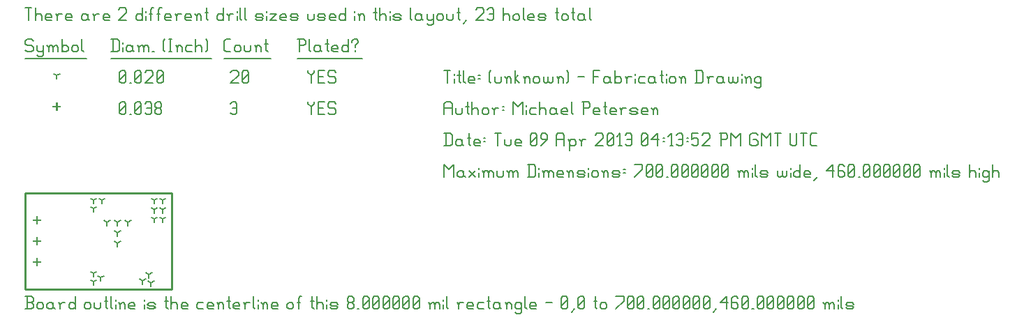
<source format=gbr>
G04 start of page 11 for group -3984 idx -3984 *
G04 Title: (unknown), fab *
G04 Creator: pcb 20110918 *
G04 CreationDate: Tue 09 Apr 2013 04:13:52 PM GMT UTC *
G04 For: railfan *
G04 Format: Gerber/RS-274X *
G04 PCB-Dimensions: 70000 46000 *
G04 PCB-Coordinate-Origin: lower left *
%MOIN*%
%FSLAX25Y25*%
%LNFAB*%
%ADD47C,0.0100*%
%ADD46C,0.0060*%
%ADD45R,0.0080X0.0080*%
G54D45*X5500Y14600D02*Y11400D01*
X3900Y13000D02*X7100D01*
X5500Y24600D02*Y21400D01*
X3900Y23000D02*X7100D01*
X5500Y34600D02*Y31400D01*
X3900Y33000D02*X7100D01*
X15000Y88850D02*Y85650D01*
X13400Y87250D02*X16600D01*
G54D46*X135000Y89500D02*Y88750D01*
X136500Y87250D01*
X138000Y88750D01*
Y89500D02*Y88750D01*
X136500Y87250D02*Y83500D01*
X139800Y86500D02*X142050D01*
X139800Y83500D02*X142800D01*
X139800Y89500D02*Y83500D01*
Y89500D02*X142800D01*
X147600D02*X148350Y88750D01*
X145350Y89500D02*X147600D01*
X144600Y88750D02*X145350Y89500D01*
X144600Y88750D02*Y87250D01*
X145350Y86500D01*
X147600D01*
X148350Y85750D01*
Y84250D01*
X147600Y83500D02*X148350Y84250D01*
X145350Y83500D02*X147600D01*
X144600Y84250D02*X145350Y83500D01*
X98000Y88750D02*X98750Y89500D01*
X100250D01*
X101000Y88750D01*
Y84250D01*
X100250Y83500D02*X101000Y84250D01*
X98750Y83500D02*X100250D01*
X98000Y84250D02*X98750Y83500D01*
Y86500D02*X101000D01*
X45000Y84250D02*X45750Y83500D01*
X45000Y88750D02*Y84250D01*
Y88750D02*X45750Y89500D01*
X47250D01*
X48000Y88750D01*
Y84250D01*
X47250Y83500D02*X48000Y84250D01*
X45750Y83500D02*X47250D01*
X45000Y85000D02*X48000Y88000D01*
X49800Y83500D02*X50550D01*
X52350Y84250D02*X53100Y83500D01*
X52350Y88750D02*Y84250D01*
Y88750D02*X53100Y89500D01*
X54600D01*
X55350Y88750D01*
Y84250D01*
X54600Y83500D02*X55350Y84250D01*
X53100Y83500D02*X54600D01*
X52350Y85000D02*X55350Y88000D01*
X57150Y88750D02*X57900Y89500D01*
X59400D01*
X60150Y88750D01*
Y84250D01*
X59400Y83500D02*X60150Y84250D01*
X57900Y83500D02*X59400D01*
X57150Y84250D02*X57900Y83500D01*
Y86500D02*X60150D01*
X61950Y84250D02*X62700Y83500D01*
X61950Y85750D02*Y84250D01*
Y85750D02*X62700Y86500D01*
X64200D01*
X64950Y85750D01*
Y84250D01*
X64200Y83500D02*X64950Y84250D01*
X62700Y83500D02*X64200D01*
X61950Y87250D02*X62700Y86500D01*
X61950Y88750D02*Y87250D01*
Y88750D02*X62700Y89500D01*
X64200D01*
X64950Y88750D01*
Y87250D01*
X64200Y86500D02*X64950Y87250D01*
X44000Y32000D02*Y30400D01*
Y32000D02*X45387Y32800D01*
X44000Y32000D02*X42613Y32800D01*
X39000Y32000D02*Y30400D01*
Y32000D02*X40387Y32800D01*
X39000Y32000D02*X37613Y32800D01*
X49000Y32000D02*Y30400D01*
Y32000D02*X50387Y32800D01*
X49000Y32000D02*X47613Y32800D01*
X44000Y27000D02*Y25400D01*
Y27000D02*X45387Y27800D01*
X44000Y27000D02*X42613Y27800D01*
X44000Y22000D02*Y20400D01*
Y22000D02*X45387Y22800D01*
X44000Y22000D02*X42613Y22800D01*
X36000Y5500D02*Y3900D01*
Y5500D02*X37387Y6300D01*
X36000Y5500D02*X34613Y6300D01*
X32500Y38500D02*Y36900D01*
Y38500D02*X33887Y39300D01*
X32500Y38500D02*X31113Y39300D01*
X32500Y7500D02*Y5900D01*
Y7500D02*X33887Y8300D01*
X32500Y7500D02*X31113Y8300D01*
X32500Y3500D02*Y1900D01*
Y3500D02*X33887Y4300D01*
X32500Y3500D02*X31113Y4300D01*
X59000Y7000D02*Y5400D01*
Y7000D02*X60387Y7800D01*
X59000Y7000D02*X57613Y7800D01*
X56000Y4000D02*Y2400D01*
Y4000D02*X57387Y4800D01*
X56000Y4000D02*X54613Y4800D01*
X60000Y3000D02*Y1400D01*
Y3000D02*X61387Y3800D01*
X60000Y3000D02*X58613Y3800D01*
X36500Y42500D02*Y40900D01*
Y42500D02*X37887Y43300D01*
X36500Y42500D02*X35113Y43300D01*
X32500Y42500D02*Y40900D01*
Y42500D02*X33887Y43300D01*
X32500Y42500D02*X31113Y43300D01*
X65500Y42500D02*Y40900D01*
Y42500D02*X66887Y43300D01*
X65500Y42500D02*X64113Y43300D01*
X65500Y38000D02*Y36400D01*
Y38000D02*X66887Y38800D01*
X65500Y38000D02*X64113Y38800D01*
X65500Y33500D02*Y31900D01*
Y33500D02*X66887Y34300D01*
X65500Y33500D02*X64113Y34300D01*
X61500Y42500D02*Y40900D01*
Y42500D02*X62887Y43300D01*
X61500Y42500D02*X60113Y43300D01*
X61500Y38000D02*Y36400D01*
Y38000D02*X62887Y38800D01*
X61500Y38000D02*X60113Y38800D01*
X61500Y33500D02*Y31900D01*
Y33500D02*X62887Y34300D01*
X61500Y33500D02*X60113Y34300D01*
X15000Y102250D02*Y100650D01*
Y102250D02*X16387Y103050D01*
X15000Y102250D02*X13613Y103050D01*
X135000Y104500D02*Y103750D01*
X136500Y102250D01*
X138000Y103750D01*
Y104500D02*Y103750D01*
X136500Y102250D02*Y98500D01*
X139800Y101500D02*X142050D01*
X139800Y98500D02*X142800D01*
X139800Y104500D02*Y98500D01*
Y104500D02*X142800D01*
X147600D02*X148350Y103750D01*
X145350Y104500D02*X147600D01*
X144600Y103750D02*X145350Y104500D01*
X144600Y103750D02*Y102250D01*
X145350Y101500D01*
X147600D01*
X148350Y100750D01*
Y99250D01*
X147600Y98500D02*X148350Y99250D01*
X145350Y98500D02*X147600D01*
X144600Y99250D02*X145350Y98500D01*
X98000Y103750D02*X98750Y104500D01*
X101000D01*
X101750Y103750D01*
Y102250D01*
X98000Y98500D02*X101750Y102250D01*
X98000Y98500D02*X101750D01*
X103550Y99250D02*X104300Y98500D01*
X103550Y103750D02*Y99250D01*
Y103750D02*X104300Y104500D01*
X105800D01*
X106550Y103750D01*
Y99250D01*
X105800Y98500D02*X106550Y99250D01*
X104300Y98500D02*X105800D01*
X103550Y100000D02*X106550Y103000D01*
X45000Y99250D02*X45750Y98500D01*
X45000Y103750D02*Y99250D01*
Y103750D02*X45750Y104500D01*
X47250D01*
X48000Y103750D01*
Y99250D01*
X47250Y98500D02*X48000Y99250D01*
X45750Y98500D02*X47250D01*
X45000Y100000D02*X48000Y103000D01*
X49800Y98500D02*X50550D01*
X52350Y99250D02*X53100Y98500D01*
X52350Y103750D02*Y99250D01*
Y103750D02*X53100Y104500D01*
X54600D01*
X55350Y103750D01*
Y99250D01*
X54600Y98500D02*X55350Y99250D01*
X53100Y98500D02*X54600D01*
X52350Y100000D02*X55350Y103000D01*
X57150Y103750D02*X57900Y104500D01*
X60150D01*
X60900Y103750D01*
Y102250D01*
X57150Y98500D02*X60900Y102250D01*
X57150Y98500D02*X60900D01*
X62700Y99250D02*X63450Y98500D01*
X62700Y103750D02*Y99250D01*
Y103750D02*X63450Y104500D01*
X64950D01*
X65700Y103750D01*
Y99250D01*
X64950Y98500D02*X65700Y99250D01*
X63450Y98500D02*X64950D01*
X62700Y100000D02*X65700Y103000D01*
X3000Y119500D02*X3750Y118750D01*
X750Y119500D02*X3000D01*
X0Y118750D02*X750Y119500D01*
X0Y118750D02*Y117250D01*
X750Y116500D01*
X3000D01*
X3750Y115750D01*
Y114250D01*
X3000Y113500D02*X3750Y114250D01*
X750Y113500D02*X3000D01*
X0Y114250D02*X750Y113500D01*
X5550Y116500D02*Y114250D01*
X6300Y113500D01*
X8550Y116500D02*Y112000D01*
X7800Y111250D02*X8550Y112000D01*
X6300Y111250D02*X7800D01*
X5550Y112000D02*X6300Y111250D01*
Y113500D02*X7800D01*
X8550Y114250D01*
X11100Y115750D02*Y113500D01*
Y115750D02*X11850Y116500D01*
X12600D01*
X13350Y115750D01*
Y113500D01*
Y115750D02*X14100Y116500D01*
X14850D01*
X15600Y115750D01*
Y113500D01*
X10350Y116500D02*X11100Y115750D01*
X17400Y119500D02*Y113500D01*
Y114250D02*X18150Y113500D01*
X19650D01*
X20400Y114250D01*
Y115750D02*Y114250D01*
X19650Y116500D02*X20400Y115750D01*
X18150Y116500D02*X19650D01*
X17400Y115750D02*X18150Y116500D01*
X22200Y115750D02*Y114250D01*
Y115750D02*X22950Y116500D01*
X24450D01*
X25200Y115750D01*
Y114250D01*
X24450Y113500D02*X25200Y114250D01*
X22950Y113500D02*X24450D01*
X22200Y114250D02*X22950Y113500D01*
X27000Y119500D02*Y114250D01*
X27750Y113500D01*
X0Y110250D02*X29250D01*
X41750Y119500D02*Y113500D01*
X44000Y119500D02*X44750Y118750D01*
Y114250D01*
X44000Y113500D02*X44750Y114250D01*
X41000Y113500D02*X44000D01*
X41000Y119500D02*X44000D01*
X46550Y118000D02*Y117250D01*
Y115750D02*Y113500D01*
X50300Y116500D02*X51050Y115750D01*
X48800Y116500D02*X50300D01*
X48050Y115750D02*X48800Y116500D01*
X48050Y115750D02*Y114250D01*
X48800Y113500D01*
X51050Y116500D02*Y114250D01*
X51800Y113500D01*
X48800D02*X50300D01*
X51050Y114250D01*
X54350Y115750D02*Y113500D01*
Y115750D02*X55100Y116500D01*
X55850D01*
X56600Y115750D01*
Y113500D01*
Y115750D02*X57350Y116500D01*
X58100D01*
X58850Y115750D01*
Y113500D01*
X53600Y116500D02*X54350Y115750D01*
X60650Y113500D02*X61400D01*
X65900Y114250D02*X66650Y113500D01*
X65900Y118750D02*X66650Y119500D01*
X65900Y118750D02*Y114250D01*
X68450Y119500D02*X69950D01*
X69200D02*Y113500D01*
X68450D02*X69950D01*
X72500Y115750D02*Y113500D01*
Y115750D02*X73250Y116500D01*
X74000D01*
X74750Y115750D01*
Y113500D01*
X71750Y116500D02*X72500Y115750D01*
X77300Y116500D02*X79550D01*
X76550Y115750D02*X77300Y116500D01*
X76550Y115750D02*Y114250D01*
X77300Y113500D01*
X79550D01*
X81350Y119500D02*Y113500D01*
Y115750D02*X82100Y116500D01*
X83600D01*
X84350Y115750D01*
Y113500D01*
X86150Y119500D02*X86900Y118750D01*
Y114250D01*
X86150Y113500D02*X86900Y114250D01*
X41000Y110250D02*X88700D01*
X95750Y113500D02*X98000D01*
X95000Y114250D02*X95750Y113500D01*
X95000Y118750D02*Y114250D01*
Y118750D02*X95750Y119500D01*
X98000D01*
X99800Y115750D02*Y114250D01*
Y115750D02*X100550Y116500D01*
X102050D01*
X102800Y115750D01*
Y114250D01*
X102050Y113500D02*X102800Y114250D01*
X100550Y113500D02*X102050D01*
X99800Y114250D02*X100550Y113500D01*
X104600Y116500D02*Y114250D01*
X105350Y113500D01*
X106850D01*
X107600Y114250D01*
Y116500D02*Y114250D01*
X110150Y115750D02*Y113500D01*
Y115750D02*X110900Y116500D01*
X111650D01*
X112400Y115750D01*
Y113500D01*
X109400Y116500D02*X110150Y115750D01*
X114950Y119500D02*Y114250D01*
X115700Y113500D01*
X114200Y117250D02*X115700D01*
X95000Y110250D02*X117200D01*
X130750Y119500D02*Y113500D01*
X130000Y119500D02*X133000D01*
X133750Y118750D01*
Y117250D01*
X133000Y116500D02*X133750Y117250D01*
X130750Y116500D02*X133000D01*
X135550Y119500D02*Y114250D01*
X136300Y113500D01*
X140050Y116500D02*X140800Y115750D01*
X138550Y116500D02*X140050D01*
X137800Y115750D02*X138550Y116500D01*
X137800Y115750D02*Y114250D01*
X138550Y113500D01*
X140800Y116500D02*Y114250D01*
X141550Y113500D01*
X138550D02*X140050D01*
X140800Y114250D01*
X144100Y119500D02*Y114250D01*
X144850Y113500D01*
X143350Y117250D02*X144850D01*
X147100Y113500D02*X149350D01*
X146350Y114250D02*X147100Y113500D01*
X146350Y115750D02*Y114250D01*
Y115750D02*X147100Y116500D01*
X148600D01*
X149350Y115750D01*
X146350Y115000D02*X149350D01*
Y115750D02*Y115000D01*
X154150Y119500D02*Y113500D01*
X153400D02*X154150Y114250D01*
X151900Y113500D02*X153400D01*
X151150Y114250D02*X151900Y113500D01*
X151150Y115750D02*Y114250D01*
Y115750D02*X151900Y116500D01*
X153400D01*
X154150Y115750D01*
X157450Y116500D02*Y115750D01*
Y114250D02*Y113500D01*
X155950Y118750D02*Y118000D01*
Y118750D02*X156700Y119500D01*
X158200D01*
X158950Y118750D01*
Y118000D01*
X157450Y116500D02*X158950Y118000D01*
X130000Y110250D02*X160750D01*
X0Y134500D02*X3000D01*
X1500D02*Y128500D01*
X4800Y134500D02*Y128500D01*
Y130750D02*X5550Y131500D01*
X7050D01*
X7800Y130750D01*
Y128500D01*
X10350D02*X12600D01*
X9600Y129250D02*X10350Y128500D01*
X9600Y130750D02*Y129250D01*
Y130750D02*X10350Y131500D01*
X11850D01*
X12600Y130750D01*
X9600Y130000D02*X12600D01*
Y130750D02*Y130000D01*
X15150Y130750D02*Y128500D01*
Y130750D02*X15900Y131500D01*
X17400D01*
X14400D02*X15150Y130750D01*
X19950Y128500D02*X22200D01*
X19200Y129250D02*X19950Y128500D01*
X19200Y130750D02*Y129250D01*
Y130750D02*X19950Y131500D01*
X21450D01*
X22200Y130750D01*
X19200Y130000D02*X22200D01*
Y130750D02*Y130000D01*
X28950Y131500D02*X29700Y130750D01*
X27450Y131500D02*X28950D01*
X26700Y130750D02*X27450Y131500D01*
X26700Y130750D02*Y129250D01*
X27450Y128500D01*
X29700Y131500D02*Y129250D01*
X30450Y128500D01*
X27450D02*X28950D01*
X29700Y129250D01*
X33000Y130750D02*Y128500D01*
Y130750D02*X33750Y131500D01*
X35250D01*
X32250D02*X33000Y130750D01*
X37800Y128500D02*X40050D01*
X37050Y129250D02*X37800Y128500D01*
X37050Y130750D02*Y129250D01*
Y130750D02*X37800Y131500D01*
X39300D01*
X40050Y130750D01*
X37050Y130000D02*X40050D01*
Y130750D02*Y130000D01*
X44550Y133750D02*X45300Y134500D01*
X47550D01*
X48300Y133750D01*
Y132250D01*
X44550Y128500D02*X48300Y132250D01*
X44550Y128500D02*X48300D01*
X55800Y134500D02*Y128500D01*
X55050D02*X55800Y129250D01*
X53550Y128500D02*X55050D01*
X52800Y129250D02*X53550Y128500D01*
X52800Y130750D02*Y129250D01*
Y130750D02*X53550Y131500D01*
X55050D01*
X55800Y130750D01*
X57600Y133000D02*Y132250D01*
Y130750D02*Y128500D01*
X59850Y133750D02*Y128500D01*
Y133750D02*X60600Y134500D01*
X61350D01*
X59100Y131500D02*X60600D01*
X63600Y133750D02*Y128500D01*
Y133750D02*X64350Y134500D01*
X65100D01*
X62850Y131500D02*X64350D01*
X67350Y128500D02*X69600D01*
X66600Y129250D02*X67350Y128500D01*
X66600Y130750D02*Y129250D01*
Y130750D02*X67350Y131500D01*
X68850D01*
X69600Y130750D01*
X66600Y130000D02*X69600D01*
Y130750D02*Y130000D01*
X72150Y130750D02*Y128500D01*
Y130750D02*X72900Y131500D01*
X74400D01*
X71400D02*X72150Y130750D01*
X76950Y128500D02*X79200D01*
X76200Y129250D02*X76950Y128500D01*
X76200Y130750D02*Y129250D01*
Y130750D02*X76950Y131500D01*
X78450D01*
X79200Y130750D01*
X76200Y130000D02*X79200D01*
Y130750D02*Y130000D01*
X81750Y130750D02*Y128500D01*
Y130750D02*X82500Y131500D01*
X83250D01*
X84000Y130750D01*
Y128500D01*
X81000Y131500D02*X81750Y130750D01*
X86550Y134500D02*Y129250D01*
X87300Y128500D01*
X85800Y132250D02*X87300D01*
X94500Y134500D02*Y128500D01*
X93750D02*X94500Y129250D01*
X92250Y128500D02*X93750D01*
X91500Y129250D02*X92250Y128500D01*
X91500Y130750D02*Y129250D01*
Y130750D02*X92250Y131500D01*
X93750D01*
X94500Y130750D01*
X97050D02*Y128500D01*
Y130750D02*X97800Y131500D01*
X99300D01*
X96300D02*X97050Y130750D01*
X101100Y133000D02*Y132250D01*
Y130750D02*Y128500D01*
X102600Y134500D02*Y129250D01*
X103350Y128500D01*
X104850Y134500D02*Y129250D01*
X105600Y128500D01*
X110550D02*X112800D01*
X113550Y129250D01*
X112800Y130000D02*X113550Y129250D01*
X110550Y130000D02*X112800D01*
X109800Y130750D02*X110550Y130000D01*
X109800Y130750D02*X110550Y131500D01*
X112800D01*
X113550Y130750D01*
X109800Y129250D02*X110550Y128500D01*
X115350Y133000D02*Y132250D01*
Y130750D02*Y128500D01*
X116850Y131500D02*X119850D01*
X116850Y128500D02*X119850Y131500D01*
X116850Y128500D02*X119850D01*
X122400D02*X124650D01*
X121650Y129250D02*X122400Y128500D01*
X121650Y130750D02*Y129250D01*
Y130750D02*X122400Y131500D01*
X123900D01*
X124650Y130750D01*
X121650Y130000D02*X124650D01*
Y130750D02*Y130000D01*
X127200Y128500D02*X129450D01*
X130200Y129250D01*
X129450Y130000D02*X130200Y129250D01*
X127200Y130000D02*X129450D01*
X126450Y130750D02*X127200Y130000D01*
X126450Y130750D02*X127200Y131500D01*
X129450D01*
X130200Y130750D01*
X126450Y129250D02*X127200Y128500D01*
X134700Y131500D02*Y129250D01*
X135450Y128500D01*
X136950D01*
X137700Y129250D01*
Y131500D02*Y129250D01*
X140250Y128500D02*X142500D01*
X143250Y129250D01*
X142500Y130000D02*X143250Y129250D01*
X140250Y130000D02*X142500D01*
X139500Y130750D02*X140250Y130000D01*
X139500Y130750D02*X140250Y131500D01*
X142500D01*
X143250Y130750D01*
X139500Y129250D02*X140250Y128500D01*
X145800D02*X148050D01*
X145050Y129250D02*X145800Y128500D01*
X145050Y130750D02*Y129250D01*
Y130750D02*X145800Y131500D01*
X147300D01*
X148050Y130750D01*
X145050Y130000D02*X148050D01*
Y130750D02*Y130000D01*
X152850Y134500D02*Y128500D01*
X152100D02*X152850Y129250D01*
X150600Y128500D02*X152100D01*
X149850Y129250D02*X150600Y128500D01*
X149850Y130750D02*Y129250D01*
Y130750D02*X150600Y131500D01*
X152100D01*
X152850Y130750D01*
X157350Y133000D02*Y132250D01*
Y130750D02*Y128500D01*
X159600Y130750D02*Y128500D01*
Y130750D02*X160350Y131500D01*
X161100D01*
X161850Y130750D01*
Y128500D01*
X158850Y131500D02*X159600Y130750D01*
X167100Y134500D02*Y129250D01*
X167850Y128500D01*
X166350Y132250D02*X167850D01*
X169350Y134500D02*Y128500D01*
Y130750D02*X170100Y131500D01*
X171600D01*
X172350Y130750D01*
Y128500D01*
X174150Y133000D02*Y132250D01*
Y130750D02*Y128500D01*
X176400D02*X178650D01*
X179400Y129250D01*
X178650Y130000D02*X179400Y129250D01*
X176400Y130000D02*X178650D01*
X175650Y130750D02*X176400Y130000D01*
X175650Y130750D02*X176400Y131500D01*
X178650D01*
X179400Y130750D01*
X175650Y129250D02*X176400Y128500D01*
X183900Y134500D02*Y129250D01*
X184650Y128500D01*
X188400Y131500D02*X189150Y130750D01*
X186900Y131500D02*X188400D01*
X186150Y130750D02*X186900Y131500D01*
X186150Y130750D02*Y129250D01*
X186900Y128500D01*
X189150Y131500D02*Y129250D01*
X189900Y128500D01*
X186900D02*X188400D01*
X189150Y129250D01*
X191700Y131500D02*Y129250D01*
X192450Y128500D01*
X194700Y131500D02*Y127000D01*
X193950Y126250D02*X194700Y127000D01*
X192450Y126250D02*X193950D01*
X191700Y127000D02*X192450Y126250D01*
Y128500D02*X193950D01*
X194700Y129250D01*
X196500Y130750D02*Y129250D01*
Y130750D02*X197250Y131500D01*
X198750D01*
X199500Y130750D01*
Y129250D01*
X198750Y128500D02*X199500Y129250D01*
X197250Y128500D02*X198750D01*
X196500Y129250D02*X197250Y128500D01*
X201300Y131500D02*Y129250D01*
X202050Y128500D01*
X203550D01*
X204300Y129250D01*
Y131500D02*Y129250D01*
X206850Y134500D02*Y129250D01*
X207600Y128500D01*
X206100Y132250D02*X207600D01*
X209100Y127000D02*X210600Y128500D01*
X215100Y133750D02*X215850Y134500D01*
X218100D01*
X218850Y133750D01*
Y132250D01*
X215100Y128500D02*X218850Y132250D01*
X215100Y128500D02*X218850D01*
X220650Y133750D02*X221400Y134500D01*
X222900D01*
X223650Y133750D01*
Y129250D01*
X222900Y128500D02*X223650Y129250D01*
X221400Y128500D02*X222900D01*
X220650Y129250D02*X221400Y128500D01*
Y131500D02*X223650D01*
X228150Y134500D02*Y128500D01*
Y130750D02*X228900Y131500D01*
X230400D01*
X231150Y130750D01*
Y128500D01*
X232950Y130750D02*Y129250D01*
Y130750D02*X233700Y131500D01*
X235200D01*
X235950Y130750D01*
Y129250D01*
X235200Y128500D02*X235950Y129250D01*
X233700Y128500D02*X235200D01*
X232950Y129250D02*X233700Y128500D01*
X237750Y134500D02*Y129250D01*
X238500Y128500D01*
X240750D02*X243000D01*
X240000Y129250D02*X240750Y128500D01*
X240000Y130750D02*Y129250D01*
Y130750D02*X240750Y131500D01*
X242250D01*
X243000Y130750D01*
X240000Y130000D02*X243000D01*
Y130750D02*Y130000D01*
X245550Y128500D02*X247800D01*
X248550Y129250D01*
X247800Y130000D02*X248550Y129250D01*
X245550Y130000D02*X247800D01*
X244800Y130750D02*X245550Y130000D01*
X244800Y130750D02*X245550Y131500D01*
X247800D01*
X248550Y130750D01*
X244800Y129250D02*X245550Y128500D01*
X253800Y134500D02*Y129250D01*
X254550Y128500D01*
X253050Y132250D02*X254550D01*
X256050Y130750D02*Y129250D01*
Y130750D02*X256800Y131500D01*
X258300D01*
X259050Y130750D01*
Y129250D01*
X258300Y128500D02*X259050Y129250D01*
X256800Y128500D02*X258300D01*
X256050Y129250D02*X256800Y128500D01*
X261600Y134500D02*Y129250D01*
X262350Y128500D01*
X260850Y132250D02*X262350D01*
X266100Y131500D02*X266850Y130750D01*
X264600Y131500D02*X266100D01*
X263850Y130750D02*X264600Y131500D01*
X263850Y130750D02*Y129250D01*
X264600Y128500D01*
X266850Y131500D02*Y129250D01*
X267600Y128500D01*
X264600D02*X266100D01*
X266850Y129250D01*
X269400Y134500D02*Y129250D01*
X270150Y128500D01*
G54D47*X0Y46000D02*X70000D01*
X0D02*Y0D01*
X70000Y46000D02*Y0D01*
X0D02*X70000D01*
G54D46*X200000Y59500D02*Y53500D01*
Y59500D02*X202250Y57250D01*
X204500Y59500D01*
Y53500D01*
X208550Y56500D02*X209300Y55750D01*
X207050Y56500D02*X208550D01*
X206300Y55750D02*X207050Y56500D01*
X206300Y55750D02*Y54250D01*
X207050Y53500D01*
X209300Y56500D02*Y54250D01*
X210050Y53500D01*
X207050D02*X208550D01*
X209300Y54250D01*
X211850Y56500D02*X214850Y53500D01*
X211850D02*X214850Y56500D01*
X216650Y58000D02*Y57250D01*
Y55750D02*Y53500D01*
X218900Y55750D02*Y53500D01*
Y55750D02*X219650Y56500D01*
X220400D01*
X221150Y55750D01*
Y53500D01*
Y55750D02*X221900Y56500D01*
X222650D01*
X223400Y55750D01*
Y53500D01*
X218150Y56500D02*X218900Y55750D01*
X225200Y56500D02*Y54250D01*
X225950Y53500D01*
X227450D01*
X228200Y54250D01*
Y56500D02*Y54250D01*
X230750Y55750D02*Y53500D01*
Y55750D02*X231500Y56500D01*
X232250D01*
X233000Y55750D01*
Y53500D01*
Y55750D02*X233750Y56500D01*
X234500D01*
X235250Y55750D01*
Y53500D01*
X230000Y56500D02*X230750Y55750D01*
X240500Y59500D02*Y53500D01*
X242750Y59500D02*X243500Y58750D01*
Y54250D01*
X242750Y53500D02*X243500Y54250D01*
X239750Y53500D02*X242750D01*
X239750Y59500D02*X242750D01*
X245300Y58000D02*Y57250D01*
Y55750D02*Y53500D01*
X247550Y55750D02*Y53500D01*
Y55750D02*X248300Y56500D01*
X249050D01*
X249800Y55750D01*
Y53500D01*
Y55750D02*X250550Y56500D01*
X251300D01*
X252050Y55750D01*
Y53500D01*
X246800Y56500D02*X247550Y55750D01*
X254600Y53500D02*X256850D01*
X253850Y54250D02*X254600Y53500D01*
X253850Y55750D02*Y54250D01*
Y55750D02*X254600Y56500D01*
X256100D01*
X256850Y55750D01*
X253850Y55000D02*X256850D01*
Y55750D02*Y55000D01*
X259400Y55750D02*Y53500D01*
Y55750D02*X260150Y56500D01*
X260900D01*
X261650Y55750D01*
Y53500D01*
X258650Y56500D02*X259400Y55750D01*
X264200Y53500D02*X266450D01*
X267200Y54250D01*
X266450Y55000D02*X267200Y54250D01*
X264200Y55000D02*X266450D01*
X263450Y55750D02*X264200Y55000D01*
X263450Y55750D02*X264200Y56500D01*
X266450D01*
X267200Y55750D01*
X263450Y54250D02*X264200Y53500D01*
X269000Y58000D02*Y57250D01*
Y55750D02*Y53500D01*
X270500Y55750D02*Y54250D01*
Y55750D02*X271250Y56500D01*
X272750D01*
X273500Y55750D01*
Y54250D01*
X272750Y53500D02*X273500Y54250D01*
X271250Y53500D02*X272750D01*
X270500Y54250D02*X271250Y53500D01*
X276050Y55750D02*Y53500D01*
Y55750D02*X276800Y56500D01*
X277550D01*
X278300Y55750D01*
Y53500D01*
X275300Y56500D02*X276050Y55750D01*
X280850Y53500D02*X283100D01*
X283850Y54250D01*
X283100Y55000D02*X283850Y54250D01*
X280850Y55000D02*X283100D01*
X280100Y55750D02*X280850Y55000D01*
X280100Y55750D02*X280850Y56500D01*
X283100D01*
X283850Y55750D01*
X280100Y54250D02*X280850Y53500D01*
X285650Y57250D02*X286400D01*
X285650Y55750D02*X286400D01*
X290900Y53500D02*X294650Y57250D01*
Y59500D02*Y57250D01*
X290900Y59500D02*X294650D01*
X296450Y54250D02*X297200Y53500D01*
X296450Y58750D02*Y54250D01*
Y58750D02*X297200Y59500D01*
X298700D01*
X299450Y58750D01*
Y54250D01*
X298700Y53500D02*X299450Y54250D01*
X297200Y53500D02*X298700D01*
X296450Y55000D02*X299450Y58000D01*
X301250Y54250D02*X302000Y53500D01*
X301250Y58750D02*Y54250D01*
Y58750D02*X302000Y59500D01*
X303500D01*
X304250Y58750D01*
Y54250D01*
X303500Y53500D02*X304250Y54250D01*
X302000Y53500D02*X303500D01*
X301250Y55000D02*X304250Y58000D01*
X306050Y53500D02*X306800D01*
X308600Y54250D02*X309350Y53500D01*
X308600Y58750D02*Y54250D01*
Y58750D02*X309350Y59500D01*
X310850D01*
X311600Y58750D01*
Y54250D01*
X310850Y53500D02*X311600Y54250D01*
X309350Y53500D02*X310850D01*
X308600Y55000D02*X311600Y58000D01*
X313400Y54250D02*X314150Y53500D01*
X313400Y58750D02*Y54250D01*
Y58750D02*X314150Y59500D01*
X315650D01*
X316400Y58750D01*
Y54250D01*
X315650Y53500D02*X316400Y54250D01*
X314150Y53500D02*X315650D01*
X313400Y55000D02*X316400Y58000D01*
X318200Y54250D02*X318950Y53500D01*
X318200Y58750D02*Y54250D01*
Y58750D02*X318950Y59500D01*
X320450D01*
X321200Y58750D01*
Y54250D01*
X320450Y53500D02*X321200Y54250D01*
X318950Y53500D02*X320450D01*
X318200Y55000D02*X321200Y58000D01*
X323000Y54250D02*X323750Y53500D01*
X323000Y58750D02*Y54250D01*
Y58750D02*X323750Y59500D01*
X325250D01*
X326000Y58750D01*
Y54250D01*
X325250Y53500D02*X326000Y54250D01*
X323750Y53500D02*X325250D01*
X323000Y55000D02*X326000Y58000D01*
X327800Y54250D02*X328550Y53500D01*
X327800Y58750D02*Y54250D01*
Y58750D02*X328550Y59500D01*
X330050D01*
X330800Y58750D01*
Y54250D01*
X330050Y53500D02*X330800Y54250D01*
X328550Y53500D02*X330050D01*
X327800Y55000D02*X330800Y58000D01*
X332600Y54250D02*X333350Y53500D01*
X332600Y58750D02*Y54250D01*
Y58750D02*X333350Y59500D01*
X334850D01*
X335600Y58750D01*
Y54250D01*
X334850Y53500D02*X335600Y54250D01*
X333350Y53500D02*X334850D01*
X332600Y55000D02*X335600Y58000D01*
X340850Y55750D02*Y53500D01*
Y55750D02*X341600Y56500D01*
X342350D01*
X343100Y55750D01*
Y53500D01*
Y55750D02*X343850Y56500D01*
X344600D01*
X345350Y55750D01*
Y53500D01*
X340100Y56500D02*X340850Y55750D01*
X347150Y58000D02*Y57250D01*
Y55750D02*Y53500D01*
X348650Y59500D02*Y54250D01*
X349400Y53500D01*
X351650D02*X353900D01*
X354650Y54250D01*
X353900Y55000D02*X354650Y54250D01*
X351650Y55000D02*X353900D01*
X350900Y55750D02*X351650Y55000D01*
X350900Y55750D02*X351650Y56500D01*
X353900D01*
X354650Y55750D01*
X350900Y54250D02*X351650Y53500D01*
X359150Y56500D02*Y54250D01*
X359900Y53500D01*
X360650D01*
X361400Y54250D01*
Y56500D02*Y54250D01*
X362150Y53500D01*
X362900D01*
X363650Y54250D01*
Y56500D02*Y54250D01*
X365450Y58000D02*Y57250D01*
Y55750D02*Y53500D01*
X369950Y59500D02*Y53500D01*
X369200D02*X369950Y54250D01*
X367700Y53500D02*X369200D01*
X366950Y54250D02*X367700Y53500D01*
X366950Y55750D02*Y54250D01*
Y55750D02*X367700Y56500D01*
X369200D01*
X369950Y55750D01*
X372500Y53500D02*X374750D01*
X371750Y54250D02*X372500Y53500D01*
X371750Y55750D02*Y54250D01*
Y55750D02*X372500Y56500D01*
X374000D01*
X374750Y55750D01*
X371750Y55000D02*X374750D01*
Y55750D02*Y55000D01*
X376550Y52000D02*X378050Y53500D01*
X382550Y56500D02*X385550Y59500D01*
X382550Y56500D02*X386300D01*
X385550Y59500D02*Y53500D01*
X390350Y59500D02*X391100Y58750D01*
X388850Y59500D02*X390350D01*
X388100Y58750D02*X388850Y59500D01*
X388100Y58750D02*Y54250D01*
X388850Y53500D01*
X390350Y56500D02*X391100Y55750D01*
X388100Y56500D02*X390350D01*
X388850Y53500D02*X390350D01*
X391100Y54250D01*
Y55750D02*Y54250D01*
X392900D02*X393650Y53500D01*
X392900Y58750D02*Y54250D01*
Y58750D02*X393650Y59500D01*
X395150D01*
X395900Y58750D01*
Y54250D01*
X395150Y53500D02*X395900Y54250D01*
X393650Y53500D02*X395150D01*
X392900Y55000D02*X395900Y58000D01*
X397700Y53500D02*X398450D01*
X400250Y54250D02*X401000Y53500D01*
X400250Y58750D02*Y54250D01*
Y58750D02*X401000Y59500D01*
X402500D01*
X403250Y58750D01*
Y54250D01*
X402500Y53500D02*X403250Y54250D01*
X401000Y53500D02*X402500D01*
X400250Y55000D02*X403250Y58000D01*
X405050Y54250D02*X405800Y53500D01*
X405050Y58750D02*Y54250D01*
Y58750D02*X405800Y59500D01*
X407300D01*
X408050Y58750D01*
Y54250D01*
X407300Y53500D02*X408050Y54250D01*
X405800Y53500D02*X407300D01*
X405050Y55000D02*X408050Y58000D01*
X409850Y54250D02*X410600Y53500D01*
X409850Y58750D02*Y54250D01*
Y58750D02*X410600Y59500D01*
X412100D01*
X412850Y58750D01*
Y54250D01*
X412100Y53500D02*X412850Y54250D01*
X410600Y53500D02*X412100D01*
X409850Y55000D02*X412850Y58000D01*
X414650Y54250D02*X415400Y53500D01*
X414650Y58750D02*Y54250D01*
Y58750D02*X415400Y59500D01*
X416900D01*
X417650Y58750D01*
Y54250D01*
X416900Y53500D02*X417650Y54250D01*
X415400Y53500D02*X416900D01*
X414650Y55000D02*X417650Y58000D01*
X419450Y54250D02*X420200Y53500D01*
X419450Y58750D02*Y54250D01*
Y58750D02*X420200Y59500D01*
X421700D01*
X422450Y58750D01*
Y54250D01*
X421700Y53500D02*X422450Y54250D01*
X420200Y53500D02*X421700D01*
X419450Y55000D02*X422450Y58000D01*
X424250Y54250D02*X425000Y53500D01*
X424250Y58750D02*Y54250D01*
Y58750D02*X425000Y59500D01*
X426500D01*
X427250Y58750D01*
Y54250D01*
X426500Y53500D02*X427250Y54250D01*
X425000Y53500D02*X426500D01*
X424250Y55000D02*X427250Y58000D01*
X432500Y55750D02*Y53500D01*
Y55750D02*X433250Y56500D01*
X434000D01*
X434750Y55750D01*
Y53500D01*
Y55750D02*X435500Y56500D01*
X436250D01*
X437000Y55750D01*
Y53500D01*
X431750Y56500D02*X432500Y55750D01*
X438800Y58000D02*Y57250D01*
Y55750D02*Y53500D01*
X440300Y59500D02*Y54250D01*
X441050Y53500D01*
X443300D02*X445550D01*
X446300Y54250D01*
X445550Y55000D02*X446300Y54250D01*
X443300Y55000D02*X445550D01*
X442550Y55750D02*X443300Y55000D01*
X442550Y55750D02*X443300Y56500D01*
X445550D01*
X446300Y55750D01*
X442550Y54250D02*X443300Y53500D01*
X450800Y59500D02*Y53500D01*
Y55750D02*X451550Y56500D01*
X453050D01*
X453800Y55750D01*
Y53500D01*
X455600Y58000D02*Y57250D01*
Y55750D02*Y53500D01*
X459350Y56500D02*X460100Y55750D01*
X457850Y56500D02*X459350D01*
X457100Y55750D02*X457850Y56500D01*
X457100Y55750D02*Y54250D01*
X457850Y53500D01*
X459350D01*
X460100Y54250D01*
X457100Y52000D02*X457850Y51250D01*
X459350D01*
X460100Y52000D01*
Y56500D02*Y52000D01*
X461900Y59500D02*Y53500D01*
Y55750D02*X462650Y56500D01*
X464150D01*
X464900Y55750D01*
Y53500D01*
X0Y-9500D02*X3000D01*
X3750Y-8750D01*
Y-7250D02*Y-8750D01*
X3000Y-6500D02*X3750Y-7250D01*
X750Y-6500D02*X3000D01*
X750Y-3500D02*Y-9500D01*
X0Y-3500D02*X3000D01*
X3750Y-4250D01*
Y-5750D01*
X3000Y-6500D02*X3750Y-5750D01*
X5550Y-7250D02*Y-8750D01*
Y-7250D02*X6300Y-6500D01*
X7800D01*
X8550Y-7250D01*
Y-8750D01*
X7800Y-9500D02*X8550Y-8750D01*
X6300Y-9500D02*X7800D01*
X5550Y-8750D02*X6300Y-9500D01*
X12600Y-6500D02*X13350Y-7250D01*
X11100Y-6500D02*X12600D01*
X10350Y-7250D02*X11100Y-6500D01*
X10350Y-7250D02*Y-8750D01*
X11100Y-9500D01*
X13350Y-6500D02*Y-8750D01*
X14100Y-9500D01*
X11100D02*X12600D01*
X13350Y-8750D01*
X16650Y-7250D02*Y-9500D01*
Y-7250D02*X17400Y-6500D01*
X18900D01*
X15900D02*X16650Y-7250D01*
X23700Y-3500D02*Y-9500D01*
X22950D02*X23700Y-8750D01*
X21450Y-9500D02*X22950D01*
X20700Y-8750D02*X21450Y-9500D01*
X20700Y-7250D02*Y-8750D01*
Y-7250D02*X21450Y-6500D01*
X22950D01*
X23700Y-7250D01*
X28200D02*Y-8750D01*
Y-7250D02*X28950Y-6500D01*
X30450D01*
X31200Y-7250D01*
Y-8750D01*
X30450Y-9500D02*X31200Y-8750D01*
X28950Y-9500D02*X30450D01*
X28200Y-8750D02*X28950Y-9500D01*
X33000Y-6500D02*Y-8750D01*
X33750Y-9500D01*
X35250D01*
X36000Y-8750D01*
Y-6500D02*Y-8750D01*
X38550Y-3500D02*Y-8750D01*
X39300Y-9500D01*
X37800Y-5750D02*X39300D01*
X40800Y-3500D02*Y-8750D01*
X41550Y-9500D01*
X43050Y-5000D02*Y-5750D01*
Y-7250D02*Y-9500D01*
X45300Y-7250D02*Y-9500D01*
Y-7250D02*X46050Y-6500D01*
X46800D01*
X47550Y-7250D01*
Y-9500D01*
X44550Y-6500D02*X45300Y-7250D01*
X50100Y-9500D02*X52350D01*
X49350Y-8750D02*X50100Y-9500D01*
X49350Y-7250D02*Y-8750D01*
Y-7250D02*X50100Y-6500D01*
X51600D01*
X52350Y-7250D01*
X49350Y-8000D02*X52350D01*
Y-7250D02*Y-8000D01*
X56850Y-5000D02*Y-5750D01*
Y-7250D02*Y-9500D01*
X59100D02*X61350D01*
X62100Y-8750D01*
X61350Y-8000D02*X62100Y-8750D01*
X59100Y-8000D02*X61350D01*
X58350Y-7250D02*X59100Y-8000D01*
X58350Y-7250D02*X59100Y-6500D01*
X61350D01*
X62100Y-7250D01*
X58350Y-8750D02*X59100Y-9500D01*
X67350Y-3500D02*Y-8750D01*
X68100Y-9500D01*
X66600Y-5750D02*X68100D01*
X69600Y-3500D02*Y-9500D01*
Y-7250D02*X70350Y-6500D01*
X71850D01*
X72600Y-7250D01*
Y-9500D01*
X75150D02*X77400D01*
X74400Y-8750D02*X75150Y-9500D01*
X74400Y-7250D02*Y-8750D01*
Y-7250D02*X75150Y-6500D01*
X76650D01*
X77400Y-7250D01*
X74400Y-8000D02*X77400D01*
Y-7250D02*Y-8000D01*
X82650Y-6500D02*X84900D01*
X81900Y-7250D02*X82650Y-6500D01*
X81900Y-7250D02*Y-8750D01*
X82650Y-9500D01*
X84900D01*
X87450D02*X89700D01*
X86700Y-8750D02*X87450Y-9500D01*
X86700Y-7250D02*Y-8750D01*
Y-7250D02*X87450Y-6500D01*
X88950D01*
X89700Y-7250D01*
X86700Y-8000D02*X89700D01*
Y-7250D02*Y-8000D01*
X92250Y-7250D02*Y-9500D01*
Y-7250D02*X93000Y-6500D01*
X93750D01*
X94500Y-7250D01*
Y-9500D01*
X91500Y-6500D02*X92250Y-7250D01*
X97050Y-3500D02*Y-8750D01*
X97800Y-9500D01*
X96300Y-5750D02*X97800D01*
X100050Y-9500D02*X102300D01*
X99300Y-8750D02*X100050Y-9500D01*
X99300Y-7250D02*Y-8750D01*
Y-7250D02*X100050Y-6500D01*
X101550D01*
X102300Y-7250D01*
X99300Y-8000D02*X102300D01*
Y-7250D02*Y-8000D01*
X104850Y-7250D02*Y-9500D01*
Y-7250D02*X105600Y-6500D01*
X107100D01*
X104100D02*X104850Y-7250D01*
X108900Y-3500D02*Y-8750D01*
X109650Y-9500D01*
X111150Y-5000D02*Y-5750D01*
Y-7250D02*Y-9500D01*
X113400Y-7250D02*Y-9500D01*
Y-7250D02*X114150Y-6500D01*
X114900D01*
X115650Y-7250D01*
Y-9500D01*
X112650Y-6500D02*X113400Y-7250D01*
X118200Y-9500D02*X120450D01*
X117450Y-8750D02*X118200Y-9500D01*
X117450Y-7250D02*Y-8750D01*
Y-7250D02*X118200Y-6500D01*
X119700D01*
X120450Y-7250D01*
X117450Y-8000D02*X120450D01*
Y-7250D02*Y-8000D01*
X124950Y-7250D02*Y-8750D01*
Y-7250D02*X125700Y-6500D01*
X127200D01*
X127950Y-7250D01*
Y-8750D01*
X127200Y-9500D02*X127950Y-8750D01*
X125700Y-9500D02*X127200D01*
X124950Y-8750D02*X125700Y-9500D01*
X130500Y-4250D02*Y-9500D01*
Y-4250D02*X131250Y-3500D01*
X132000D01*
X129750Y-6500D02*X131250D01*
X136950Y-3500D02*Y-8750D01*
X137700Y-9500D01*
X136200Y-5750D02*X137700D01*
X139200Y-3500D02*Y-9500D01*
Y-7250D02*X139950Y-6500D01*
X141450D01*
X142200Y-7250D01*
Y-9500D01*
X144000Y-5000D02*Y-5750D01*
Y-7250D02*Y-9500D01*
X146250D02*X148500D01*
X149250Y-8750D01*
X148500Y-8000D02*X149250Y-8750D01*
X146250Y-8000D02*X148500D01*
X145500Y-7250D02*X146250Y-8000D01*
X145500Y-7250D02*X146250Y-6500D01*
X148500D01*
X149250Y-7250D01*
X145500Y-8750D02*X146250Y-9500D01*
X153750Y-8750D02*X154500Y-9500D01*
X153750Y-7250D02*Y-8750D01*
Y-7250D02*X154500Y-6500D01*
X156000D01*
X156750Y-7250D01*
Y-8750D01*
X156000Y-9500D02*X156750Y-8750D01*
X154500Y-9500D02*X156000D01*
X153750Y-5750D02*X154500Y-6500D01*
X153750Y-4250D02*Y-5750D01*
Y-4250D02*X154500Y-3500D01*
X156000D01*
X156750Y-4250D01*
Y-5750D01*
X156000Y-6500D02*X156750Y-5750D01*
X158550Y-9500D02*X159300D01*
X161100Y-8750D02*X161850Y-9500D01*
X161100Y-4250D02*Y-8750D01*
Y-4250D02*X161850Y-3500D01*
X163350D01*
X164100Y-4250D01*
Y-8750D01*
X163350Y-9500D02*X164100Y-8750D01*
X161850Y-9500D02*X163350D01*
X161100Y-8000D02*X164100Y-5000D01*
X165900Y-8750D02*X166650Y-9500D01*
X165900Y-4250D02*Y-8750D01*
Y-4250D02*X166650Y-3500D01*
X168150D01*
X168900Y-4250D01*
Y-8750D01*
X168150Y-9500D02*X168900Y-8750D01*
X166650Y-9500D02*X168150D01*
X165900Y-8000D02*X168900Y-5000D01*
X170700Y-8750D02*X171450Y-9500D01*
X170700Y-4250D02*Y-8750D01*
Y-4250D02*X171450Y-3500D01*
X172950D01*
X173700Y-4250D01*
Y-8750D01*
X172950Y-9500D02*X173700Y-8750D01*
X171450Y-9500D02*X172950D01*
X170700Y-8000D02*X173700Y-5000D01*
X175500Y-8750D02*X176250Y-9500D01*
X175500Y-4250D02*Y-8750D01*
Y-4250D02*X176250Y-3500D01*
X177750D01*
X178500Y-4250D01*
Y-8750D01*
X177750Y-9500D02*X178500Y-8750D01*
X176250Y-9500D02*X177750D01*
X175500Y-8000D02*X178500Y-5000D01*
X180300Y-8750D02*X181050Y-9500D01*
X180300Y-4250D02*Y-8750D01*
Y-4250D02*X181050Y-3500D01*
X182550D01*
X183300Y-4250D01*
Y-8750D01*
X182550Y-9500D02*X183300Y-8750D01*
X181050Y-9500D02*X182550D01*
X180300Y-8000D02*X183300Y-5000D01*
X185100Y-8750D02*X185850Y-9500D01*
X185100Y-4250D02*Y-8750D01*
Y-4250D02*X185850Y-3500D01*
X187350D01*
X188100Y-4250D01*
Y-8750D01*
X187350Y-9500D02*X188100Y-8750D01*
X185850Y-9500D02*X187350D01*
X185100Y-8000D02*X188100Y-5000D01*
X193350Y-7250D02*Y-9500D01*
Y-7250D02*X194100Y-6500D01*
X194850D01*
X195600Y-7250D01*
Y-9500D01*
Y-7250D02*X196350Y-6500D01*
X197100D01*
X197850Y-7250D01*
Y-9500D01*
X192600Y-6500D02*X193350Y-7250D01*
X199650Y-5000D02*Y-5750D01*
Y-7250D02*Y-9500D01*
X201150Y-3500D02*Y-8750D01*
X201900Y-9500D01*
X206850Y-7250D02*Y-9500D01*
Y-7250D02*X207600Y-6500D01*
X209100D01*
X206100D02*X206850Y-7250D01*
X211650Y-9500D02*X213900D01*
X210900Y-8750D02*X211650Y-9500D01*
X210900Y-7250D02*Y-8750D01*
Y-7250D02*X211650Y-6500D01*
X213150D01*
X213900Y-7250D01*
X210900Y-8000D02*X213900D01*
Y-7250D02*Y-8000D01*
X216450Y-6500D02*X218700D01*
X215700Y-7250D02*X216450Y-6500D01*
X215700Y-7250D02*Y-8750D01*
X216450Y-9500D01*
X218700D01*
X221250Y-3500D02*Y-8750D01*
X222000Y-9500D01*
X220500Y-5750D02*X222000D01*
X225750Y-6500D02*X226500Y-7250D01*
X224250Y-6500D02*X225750D01*
X223500Y-7250D02*X224250Y-6500D01*
X223500Y-7250D02*Y-8750D01*
X224250Y-9500D01*
X226500Y-6500D02*Y-8750D01*
X227250Y-9500D01*
X224250D02*X225750D01*
X226500Y-8750D01*
X229800Y-7250D02*Y-9500D01*
Y-7250D02*X230550Y-6500D01*
X231300D01*
X232050Y-7250D01*
Y-9500D01*
X229050Y-6500D02*X229800Y-7250D01*
X236100Y-6500D02*X236850Y-7250D01*
X234600Y-6500D02*X236100D01*
X233850Y-7250D02*X234600Y-6500D01*
X233850Y-7250D02*Y-8750D01*
X234600Y-9500D01*
X236100D01*
X236850Y-8750D01*
X233850Y-11000D02*X234600Y-11750D01*
X236100D01*
X236850Y-11000D01*
Y-6500D02*Y-11000D01*
X238650Y-3500D02*Y-8750D01*
X239400Y-9500D01*
X241650D02*X243900D01*
X240900Y-8750D02*X241650Y-9500D01*
X240900Y-7250D02*Y-8750D01*
Y-7250D02*X241650Y-6500D01*
X243150D01*
X243900Y-7250D01*
X240900Y-8000D02*X243900D01*
Y-7250D02*Y-8000D01*
X248400Y-6500D02*X251400D01*
X255900Y-8750D02*X256650Y-9500D01*
X255900Y-4250D02*Y-8750D01*
Y-4250D02*X256650Y-3500D01*
X258150D01*
X258900Y-4250D01*
Y-8750D01*
X258150Y-9500D02*X258900Y-8750D01*
X256650Y-9500D02*X258150D01*
X255900Y-8000D02*X258900Y-5000D01*
X260700Y-11000D02*X262200Y-9500D01*
X264000Y-8750D02*X264750Y-9500D01*
X264000Y-4250D02*Y-8750D01*
Y-4250D02*X264750Y-3500D01*
X266250D01*
X267000Y-4250D01*
Y-8750D01*
X266250Y-9500D02*X267000Y-8750D01*
X264750Y-9500D02*X266250D01*
X264000Y-8000D02*X267000Y-5000D01*
X272250Y-3500D02*Y-8750D01*
X273000Y-9500D01*
X271500Y-5750D02*X273000D01*
X274500Y-7250D02*Y-8750D01*
Y-7250D02*X275250Y-6500D01*
X276750D01*
X277500Y-7250D01*
Y-8750D01*
X276750Y-9500D02*X277500Y-8750D01*
X275250Y-9500D02*X276750D01*
X274500Y-8750D02*X275250Y-9500D01*
X282000D02*X285750Y-5750D01*
Y-3500D02*Y-5750D01*
X282000Y-3500D02*X285750D01*
X287550Y-8750D02*X288300Y-9500D01*
X287550Y-4250D02*Y-8750D01*
Y-4250D02*X288300Y-3500D01*
X289800D01*
X290550Y-4250D01*
Y-8750D01*
X289800Y-9500D02*X290550Y-8750D01*
X288300Y-9500D02*X289800D01*
X287550Y-8000D02*X290550Y-5000D01*
X292350Y-8750D02*X293100Y-9500D01*
X292350Y-4250D02*Y-8750D01*
Y-4250D02*X293100Y-3500D01*
X294600D01*
X295350Y-4250D01*
Y-8750D01*
X294600Y-9500D02*X295350Y-8750D01*
X293100Y-9500D02*X294600D01*
X292350Y-8000D02*X295350Y-5000D01*
X297150Y-9500D02*X297900D01*
X299700Y-8750D02*X300450Y-9500D01*
X299700Y-4250D02*Y-8750D01*
Y-4250D02*X300450Y-3500D01*
X301950D01*
X302700Y-4250D01*
Y-8750D01*
X301950Y-9500D02*X302700Y-8750D01*
X300450Y-9500D02*X301950D01*
X299700Y-8000D02*X302700Y-5000D01*
X304500Y-8750D02*X305250Y-9500D01*
X304500Y-4250D02*Y-8750D01*
Y-4250D02*X305250Y-3500D01*
X306750D01*
X307500Y-4250D01*
Y-8750D01*
X306750Y-9500D02*X307500Y-8750D01*
X305250Y-9500D02*X306750D01*
X304500Y-8000D02*X307500Y-5000D01*
X309300Y-8750D02*X310050Y-9500D01*
X309300Y-4250D02*Y-8750D01*
Y-4250D02*X310050Y-3500D01*
X311550D01*
X312300Y-4250D01*
Y-8750D01*
X311550Y-9500D02*X312300Y-8750D01*
X310050Y-9500D02*X311550D01*
X309300Y-8000D02*X312300Y-5000D01*
X314100Y-8750D02*X314850Y-9500D01*
X314100Y-4250D02*Y-8750D01*
Y-4250D02*X314850Y-3500D01*
X316350D01*
X317100Y-4250D01*
Y-8750D01*
X316350Y-9500D02*X317100Y-8750D01*
X314850Y-9500D02*X316350D01*
X314100Y-8000D02*X317100Y-5000D01*
X318900Y-8750D02*X319650Y-9500D01*
X318900Y-4250D02*Y-8750D01*
Y-4250D02*X319650Y-3500D01*
X321150D01*
X321900Y-4250D01*
Y-8750D01*
X321150Y-9500D02*X321900Y-8750D01*
X319650Y-9500D02*X321150D01*
X318900Y-8000D02*X321900Y-5000D01*
X323700Y-8750D02*X324450Y-9500D01*
X323700Y-4250D02*Y-8750D01*
Y-4250D02*X324450Y-3500D01*
X325950D01*
X326700Y-4250D01*
Y-8750D01*
X325950Y-9500D02*X326700Y-8750D01*
X324450Y-9500D02*X325950D01*
X323700Y-8000D02*X326700Y-5000D01*
X328500Y-11000D02*X330000Y-9500D01*
X331800Y-6500D02*X334800Y-3500D01*
X331800Y-6500D02*X335550D01*
X334800Y-3500D02*Y-9500D01*
X339600Y-3500D02*X340350Y-4250D01*
X338100Y-3500D02*X339600D01*
X337350Y-4250D02*X338100Y-3500D01*
X337350Y-4250D02*Y-8750D01*
X338100Y-9500D01*
X339600Y-6500D02*X340350Y-7250D01*
X337350Y-6500D02*X339600D01*
X338100Y-9500D02*X339600D01*
X340350Y-8750D01*
Y-7250D02*Y-8750D01*
X342150D02*X342900Y-9500D01*
X342150Y-4250D02*Y-8750D01*
Y-4250D02*X342900Y-3500D01*
X344400D01*
X345150Y-4250D01*
Y-8750D01*
X344400Y-9500D02*X345150Y-8750D01*
X342900Y-9500D02*X344400D01*
X342150Y-8000D02*X345150Y-5000D01*
X346950Y-9500D02*X347700D01*
X349500Y-8750D02*X350250Y-9500D01*
X349500Y-4250D02*Y-8750D01*
Y-4250D02*X350250Y-3500D01*
X351750D01*
X352500Y-4250D01*
Y-8750D01*
X351750Y-9500D02*X352500Y-8750D01*
X350250Y-9500D02*X351750D01*
X349500Y-8000D02*X352500Y-5000D01*
X354300Y-8750D02*X355050Y-9500D01*
X354300Y-4250D02*Y-8750D01*
Y-4250D02*X355050Y-3500D01*
X356550D01*
X357300Y-4250D01*
Y-8750D01*
X356550Y-9500D02*X357300Y-8750D01*
X355050Y-9500D02*X356550D01*
X354300Y-8000D02*X357300Y-5000D01*
X359100Y-8750D02*X359850Y-9500D01*
X359100Y-4250D02*Y-8750D01*
Y-4250D02*X359850Y-3500D01*
X361350D01*
X362100Y-4250D01*
Y-8750D01*
X361350Y-9500D02*X362100Y-8750D01*
X359850Y-9500D02*X361350D01*
X359100Y-8000D02*X362100Y-5000D01*
X363900Y-8750D02*X364650Y-9500D01*
X363900Y-4250D02*Y-8750D01*
Y-4250D02*X364650Y-3500D01*
X366150D01*
X366900Y-4250D01*
Y-8750D01*
X366150Y-9500D02*X366900Y-8750D01*
X364650Y-9500D02*X366150D01*
X363900Y-8000D02*X366900Y-5000D01*
X368700Y-8750D02*X369450Y-9500D01*
X368700Y-4250D02*Y-8750D01*
Y-4250D02*X369450Y-3500D01*
X370950D01*
X371700Y-4250D01*
Y-8750D01*
X370950Y-9500D02*X371700Y-8750D01*
X369450Y-9500D02*X370950D01*
X368700Y-8000D02*X371700Y-5000D01*
X373500Y-8750D02*X374250Y-9500D01*
X373500Y-4250D02*Y-8750D01*
Y-4250D02*X374250Y-3500D01*
X375750D01*
X376500Y-4250D01*
Y-8750D01*
X375750Y-9500D02*X376500Y-8750D01*
X374250Y-9500D02*X375750D01*
X373500Y-8000D02*X376500Y-5000D01*
X381750Y-7250D02*Y-9500D01*
Y-7250D02*X382500Y-6500D01*
X383250D01*
X384000Y-7250D01*
Y-9500D01*
Y-7250D02*X384750Y-6500D01*
X385500D01*
X386250Y-7250D01*
Y-9500D01*
X381000Y-6500D02*X381750Y-7250D01*
X388050Y-5000D02*Y-5750D01*
Y-7250D02*Y-9500D01*
X389550Y-3500D02*Y-8750D01*
X390300Y-9500D01*
X392550D02*X394800D01*
X395550Y-8750D01*
X394800Y-8000D02*X395550Y-8750D01*
X392550Y-8000D02*X394800D01*
X391800Y-7250D02*X392550Y-8000D01*
X391800Y-7250D02*X392550Y-6500D01*
X394800D01*
X395550Y-7250D01*
X391800Y-8750D02*X392550Y-9500D01*
X200750Y74500D02*Y68500D01*
X203000Y74500D02*X203750Y73750D01*
Y69250D01*
X203000Y68500D02*X203750Y69250D01*
X200000Y68500D02*X203000D01*
X200000Y74500D02*X203000D01*
X207800Y71500D02*X208550Y70750D01*
X206300Y71500D02*X207800D01*
X205550Y70750D02*X206300Y71500D01*
X205550Y70750D02*Y69250D01*
X206300Y68500D01*
X208550Y71500D02*Y69250D01*
X209300Y68500D01*
X206300D02*X207800D01*
X208550Y69250D01*
X211850Y74500D02*Y69250D01*
X212600Y68500D01*
X211100Y72250D02*X212600D01*
X214850Y68500D02*X217100D01*
X214100Y69250D02*X214850Y68500D01*
X214100Y70750D02*Y69250D01*
Y70750D02*X214850Y71500D01*
X216350D01*
X217100Y70750D01*
X214100Y70000D02*X217100D01*
Y70750D02*Y70000D01*
X218900Y72250D02*X219650D01*
X218900Y70750D02*X219650D01*
X224150Y74500D02*X227150D01*
X225650D02*Y68500D01*
X228950Y71500D02*Y69250D01*
X229700Y68500D01*
X231200D01*
X231950Y69250D01*
Y71500D02*Y69250D01*
X234500Y68500D02*X236750D01*
X233750Y69250D02*X234500Y68500D01*
X233750Y70750D02*Y69250D01*
Y70750D02*X234500Y71500D01*
X236000D01*
X236750Y70750D01*
X233750Y70000D02*X236750D01*
Y70750D02*Y70000D01*
X241250Y69250D02*X242000Y68500D01*
X241250Y73750D02*Y69250D01*
Y73750D02*X242000Y74500D01*
X243500D01*
X244250Y73750D01*
Y69250D01*
X243500Y68500D02*X244250Y69250D01*
X242000Y68500D02*X243500D01*
X241250Y70000D02*X244250Y73000D01*
X246050Y68500D02*X249050Y71500D01*
Y73750D02*Y71500D01*
X248300Y74500D02*X249050Y73750D01*
X246800Y74500D02*X248300D01*
X246050Y73750D02*X246800Y74500D01*
X246050Y73750D02*Y72250D01*
X246800Y71500D01*
X249050D01*
X253550Y73750D02*Y68500D01*
Y73750D02*X254300Y74500D01*
X256550D01*
X257300Y73750D01*
Y68500D01*
X253550Y71500D02*X257300D01*
X259850Y70750D02*Y66250D01*
X259100Y71500D02*X259850Y70750D01*
X260600Y71500D01*
X262100D01*
X262850Y70750D01*
Y69250D01*
X262100Y68500D02*X262850Y69250D01*
X260600Y68500D02*X262100D01*
X259850Y69250D02*X260600Y68500D01*
X265400Y70750D02*Y68500D01*
Y70750D02*X266150Y71500D01*
X267650D01*
X264650D02*X265400Y70750D01*
X272150Y73750D02*X272900Y74500D01*
X275150D01*
X275900Y73750D01*
Y72250D01*
X272150Y68500D02*X275900Y72250D01*
X272150Y68500D02*X275900D01*
X277700Y69250D02*X278450Y68500D01*
X277700Y73750D02*Y69250D01*
Y73750D02*X278450Y74500D01*
X279950D01*
X280700Y73750D01*
Y69250D01*
X279950Y68500D02*X280700Y69250D01*
X278450Y68500D02*X279950D01*
X277700Y70000D02*X280700Y73000D01*
X283250Y68500D02*X284750D01*
X284000Y74500D02*Y68500D01*
X282500Y73000D02*X284000Y74500D01*
X286550Y73750D02*X287300Y74500D01*
X288800D01*
X289550Y73750D01*
Y69250D01*
X288800Y68500D02*X289550Y69250D01*
X287300Y68500D02*X288800D01*
X286550Y69250D02*X287300Y68500D01*
Y71500D02*X289550D01*
X294050Y69250D02*X294800Y68500D01*
X294050Y73750D02*Y69250D01*
Y73750D02*X294800Y74500D01*
X296300D01*
X297050Y73750D01*
Y69250D01*
X296300Y68500D02*X297050Y69250D01*
X294800Y68500D02*X296300D01*
X294050Y70000D02*X297050Y73000D01*
X298850Y71500D02*X301850Y74500D01*
X298850Y71500D02*X302600D01*
X301850Y74500D02*Y68500D01*
X304400Y72250D02*X305150D01*
X304400Y70750D02*X305150D01*
X307700Y68500D02*X309200D01*
X308450Y74500D02*Y68500D01*
X306950Y73000D02*X308450Y74500D01*
X311000Y73750D02*X311750Y74500D01*
X313250D01*
X314000Y73750D01*
Y69250D01*
X313250Y68500D02*X314000Y69250D01*
X311750Y68500D02*X313250D01*
X311000Y69250D02*X311750Y68500D01*
Y71500D02*X314000D01*
X315800Y72250D02*X316550D01*
X315800Y70750D02*X316550D01*
X318350Y74500D02*X321350D01*
X318350D02*Y71500D01*
X319100Y72250D01*
X320600D01*
X321350Y71500D01*
Y69250D01*
X320600Y68500D02*X321350Y69250D01*
X319100Y68500D02*X320600D01*
X318350Y69250D02*X319100Y68500D01*
X323150Y73750D02*X323900Y74500D01*
X326150D01*
X326900Y73750D01*
Y72250D01*
X323150Y68500D02*X326900Y72250D01*
X323150Y68500D02*X326900D01*
X332150Y74500D02*Y68500D01*
X331400Y74500D02*X334400D01*
X335150Y73750D01*
Y72250D01*
X334400Y71500D02*X335150Y72250D01*
X332150Y71500D02*X334400D01*
X336950Y74500D02*Y68500D01*
Y74500D02*X339200Y72250D01*
X341450Y74500D01*
Y68500D01*
X348950Y74500D02*X349700Y73750D01*
X346700Y74500D02*X348950D01*
X345950Y73750D02*X346700Y74500D01*
X345950Y73750D02*Y69250D01*
X346700Y68500D01*
X348950D01*
X349700Y69250D01*
Y70750D02*Y69250D01*
X348950Y71500D02*X349700Y70750D01*
X347450Y71500D02*X348950D01*
X351500Y74500D02*Y68500D01*
Y74500D02*X353750Y72250D01*
X356000Y74500D01*
Y68500D01*
X357800Y74500D02*X360800D01*
X359300D02*Y68500D01*
X365300Y74500D02*Y69250D01*
X366050Y68500D01*
X367550D01*
X368300Y69250D01*
Y74500D02*Y69250D01*
X370100Y74500D02*X373100D01*
X371600D02*Y68500D01*
X375650D02*X377900D01*
X374900Y69250D02*X375650Y68500D01*
X374900Y73750D02*Y69250D01*
Y73750D02*X375650Y74500D01*
X377900D01*
X200000Y88750D02*Y83500D01*
Y88750D02*X200750Y89500D01*
X203000D01*
X203750Y88750D01*
Y83500D01*
X200000Y86500D02*X203750D01*
X205550D02*Y84250D01*
X206300Y83500D01*
X207800D01*
X208550Y84250D01*
Y86500D02*Y84250D01*
X211100Y89500D02*Y84250D01*
X211850Y83500D01*
X210350Y87250D02*X211850D01*
X213350Y89500D02*Y83500D01*
Y85750D02*X214100Y86500D01*
X215600D01*
X216350Y85750D01*
Y83500D01*
X218150Y85750D02*Y84250D01*
Y85750D02*X218900Y86500D01*
X220400D01*
X221150Y85750D01*
Y84250D01*
X220400Y83500D02*X221150Y84250D01*
X218900Y83500D02*X220400D01*
X218150Y84250D02*X218900Y83500D01*
X223700Y85750D02*Y83500D01*
Y85750D02*X224450Y86500D01*
X225950D01*
X222950D02*X223700Y85750D01*
X227750Y87250D02*X228500D01*
X227750Y85750D02*X228500D01*
X233000Y89500D02*Y83500D01*
Y89500D02*X235250Y87250D01*
X237500Y89500D01*
Y83500D01*
X239300Y88000D02*Y87250D01*
Y85750D02*Y83500D01*
X241550Y86500D02*X243800D01*
X240800Y85750D02*X241550Y86500D01*
X240800Y85750D02*Y84250D01*
X241550Y83500D01*
X243800D01*
X245600Y89500D02*Y83500D01*
Y85750D02*X246350Y86500D01*
X247850D01*
X248600Y85750D01*
Y83500D01*
X252650Y86500D02*X253400Y85750D01*
X251150Y86500D02*X252650D01*
X250400Y85750D02*X251150Y86500D01*
X250400Y85750D02*Y84250D01*
X251150Y83500D01*
X253400Y86500D02*Y84250D01*
X254150Y83500D01*
X251150D02*X252650D01*
X253400Y84250D01*
X256700Y83500D02*X258950D01*
X255950Y84250D02*X256700Y83500D01*
X255950Y85750D02*Y84250D01*
Y85750D02*X256700Y86500D01*
X258200D01*
X258950Y85750D01*
X255950Y85000D02*X258950D01*
Y85750D02*Y85000D01*
X260750Y89500D02*Y84250D01*
X261500Y83500D01*
X266450Y89500D02*Y83500D01*
X265700Y89500D02*X268700D01*
X269450Y88750D01*
Y87250D01*
X268700Y86500D02*X269450Y87250D01*
X266450Y86500D02*X268700D01*
X272000Y83500D02*X274250D01*
X271250Y84250D02*X272000Y83500D01*
X271250Y85750D02*Y84250D01*
Y85750D02*X272000Y86500D01*
X273500D01*
X274250Y85750D01*
X271250Y85000D02*X274250D01*
Y85750D02*Y85000D01*
X276800Y89500D02*Y84250D01*
X277550Y83500D01*
X276050Y87250D02*X277550D01*
X279800Y83500D02*X282050D01*
X279050Y84250D02*X279800Y83500D01*
X279050Y85750D02*Y84250D01*
Y85750D02*X279800Y86500D01*
X281300D01*
X282050Y85750D01*
X279050Y85000D02*X282050D01*
Y85750D02*Y85000D01*
X284600Y85750D02*Y83500D01*
Y85750D02*X285350Y86500D01*
X286850D01*
X283850D02*X284600Y85750D01*
X289400Y83500D02*X291650D01*
X292400Y84250D01*
X291650Y85000D02*X292400Y84250D01*
X289400Y85000D02*X291650D01*
X288650Y85750D02*X289400Y85000D01*
X288650Y85750D02*X289400Y86500D01*
X291650D01*
X292400Y85750D01*
X288650Y84250D02*X289400Y83500D01*
X294950D02*X297200D01*
X294200Y84250D02*X294950Y83500D01*
X294200Y85750D02*Y84250D01*
Y85750D02*X294950Y86500D01*
X296450D01*
X297200Y85750D01*
X294200Y85000D02*X297200D01*
Y85750D02*Y85000D01*
X299750Y85750D02*Y83500D01*
Y85750D02*X300500Y86500D01*
X301250D01*
X302000Y85750D01*
Y83500D01*
X299000Y86500D02*X299750Y85750D01*
X200000Y104500D02*X203000D01*
X201500D02*Y98500D01*
X204800Y103000D02*Y102250D01*
Y100750D02*Y98500D01*
X207050Y104500D02*Y99250D01*
X207800Y98500D01*
X206300Y102250D02*X207800D01*
X209300Y104500D02*Y99250D01*
X210050Y98500D01*
X212300D02*X214550D01*
X211550Y99250D02*X212300Y98500D01*
X211550Y100750D02*Y99250D01*
Y100750D02*X212300Y101500D01*
X213800D01*
X214550Y100750D01*
X211550Y100000D02*X214550D01*
Y100750D02*Y100000D01*
X216350Y102250D02*X217100D01*
X216350Y100750D02*X217100D01*
X221600Y99250D02*X222350Y98500D01*
X221600Y103750D02*X222350Y104500D01*
X221600Y103750D02*Y99250D01*
X224150Y101500D02*Y99250D01*
X224900Y98500D01*
X226400D01*
X227150Y99250D01*
Y101500D02*Y99250D01*
X229700Y100750D02*Y98500D01*
Y100750D02*X230450Y101500D01*
X231200D01*
X231950Y100750D01*
Y98500D01*
X228950Y101500D02*X229700Y100750D01*
X233750Y104500D02*Y98500D01*
Y100750D02*X236000Y98500D01*
X233750Y100750D02*X235250Y102250D01*
X238550Y100750D02*Y98500D01*
Y100750D02*X239300Y101500D01*
X240050D01*
X240800Y100750D01*
Y98500D01*
X237800Y101500D02*X238550Y100750D01*
X242600D02*Y99250D01*
Y100750D02*X243350Y101500D01*
X244850D01*
X245600Y100750D01*
Y99250D01*
X244850Y98500D02*X245600Y99250D01*
X243350Y98500D02*X244850D01*
X242600Y99250D02*X243350Y98500D01*
X247400Y101500D02*Y99250D01*
X248150Y98500D01*
X248900D01*
X249650Y99250D01*
Y101500D02*Y99250D01*
X250400Y98500D01*
X251150D01*
X251900Y99250D01*
Y101500D02*Y99250D01*
X254450Y100750D02*Y98500D01*
Y100750D02*X255200Y101500D01*
X255950D01*
X256700Y100750D01*
Y98500D01*
X253700Y101500D02*X254450Y100750D01*
X258500Y104500D02*X259250Y103750D01*
Y99250D01*
X258500Y98500D02*X259250Y99250D01*
X263750Y101500D02*X266750D01*
X271250Y104500D02*Y98500D01*
Y104500D02*X274250D01*
X271250Y101500D02*X273500D01*
X278300D02*X279050Y100750D01*
X276800Y101500D02*X278300D01*
X276050Y100750D02*X276800Y101500D01*
X276050Y100750D02*Y99250D01*
X276800Y98500D01*
X279050Y101500D02*Y99250D01*
X279800Y98500D01*
X276800D02*X278300D01*
X279050Y99250D01*
X281600Y104500D02*Y98500D01*
Y99250D02*X282350Y98500D01*
X283850D01*
X284600Y99250D01*
Y100750D02*Y99250D01*
X283850Y101500D02*X284600Y100750D01*
X282350Y101500D02*X283850D01*
X281600Y100750D02*X282350Y101500D01*
X287150Y100750D02*Y98500D01*
Y100750D02*X287900Y101500D01*
X289400D01*
X286400D02*X287150Y100750D01*
X291200Y103000D02*Y102250D01*
Y100750D02*Y98500D01*
X293450Y101500D02*X295700D01*
X292700Y100750D02*X293450Y101500D01*
X292700Y100750D02*Y99250D01*
X293450Y98500D01*
X295700D01*
X299750Y101500D02*X300500Y100750D01*
X298250Y101500D02*X299750D01*
X297500Y100750D02*X298250Y101500D01*
X297500Y100750D02*Y99250D01*
X298250Y98500D01*
X300500Y101500D02*Y99250D01*
X301250Y98500D01*
X298250D02*X299750D01*
X300500Y99250D01*
X303800Y104500D02*Y99250D01*
X304550Y98500D01*
X303050Y102250D02*X304550D01*
X306050Y103000D02*Y102250D01*
Y100750D02*Y98500D01*
X307550Y100750D02*Y99250D01*
Y100750D02*X308300Y101500D01*
X309800D01*
X310550Y100750D01*
Y99250D01*
X309800Y98500D02*X310550Y99250D01*
X308300Y98500D02*X309800D01*
X307550Y99250D02*X308300Y98500D01*
X313100Y100750D02*Y98500D01*
Y100750D02*X313850Y101500D01*
X314600D01*
X315350Y100750D01*
Y98500D01*
X312350Y101500D02*X313100Y100750D01*
X320600Y104500D02*Y98500D01*
X322850Y104500D02*X323600Y103750D01*
Y99250D01*
X322850Y98500D02*X323600Y99250D01*
X319850Y98500D02*X322850D01*
X319850Y104500D02*X322850D01*
X326150Y100750D02*Y98500D01*
Y100750D02*X326900Y101500D01*
X328400D01*
X325400D02*X326150Y100750D01*
X332450Y101500D02*X333200Y100750D01*
X330950Y101500D02*X332450D01*
X330200Y100750D02*X330950Y101500D01*
X330200Y100750D02*Y99250D01*
X330950Y98500D01*
X333200Y101500D02*Y99250D01*
X333950Y98500D01*
X330950D02*X332450D01*
X333200Y99250D01*
X335750Y101500D02*Y99250D01*
X336500Y98500D01*
X337250D01*
X338000Y99250D01*
Y101500D02*Y99250D01*
X338750Y98500D01*
X339500D01*
X340250Y99250D01*
Y101500D02*Y99250D01*
X342050Y103000D02*Y102250D01*
Y100750D02*Y98500D01*
X344300Y100750D02*Y98500D01*
Y100750D02*X345050Y101500D01*
X345800D01*
X346550Y100750D01*
Y98500D01*
X343550Y101500D02*X344300Y100750D01*
X350600Y101500D02*X351350Y100750D01*
X349100Y101500D02*X350600D01*
X348350Y100750D02*X349100Y101500D01*
X348350Y100750D02*Y99250D01*
X349100Y98500D01*
X350600D01*
X351350Y99250D01*
X348350Y97000D02*X349100Y96250D01*
X350600D01*
X351350Y97000D01*
Y101500D02*Y97000D01*
M02*

</source>
